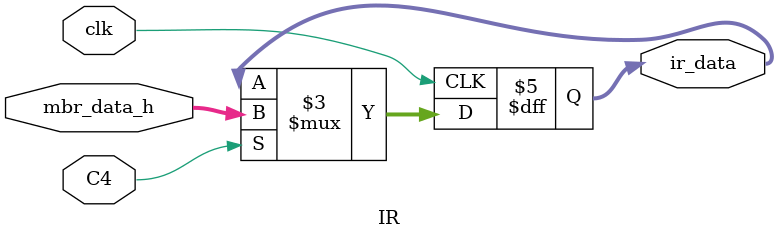
<source format=v>
`timescale 1ns / 1ps

module IR(
    input clk,
    input C4,
    input [7:0] mbr_data_h,
    output reg [7:0] ir_data=8'h00
    );
    always@(posedge clk)
    begin
        if(C4) ir_data<=mbr_data_h;
    end
endmodule

</source>
